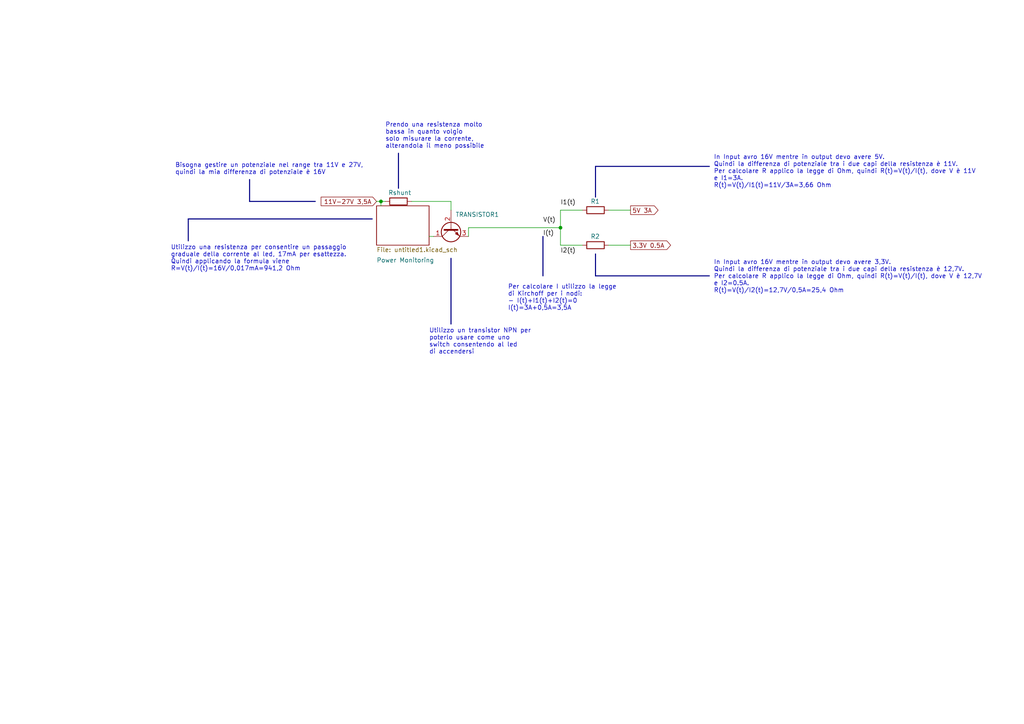
<source format=kicad_sch>
(kicad_sch (version 20211123) (generator eeschema)
  (paper "A4")
  (lib_symbols
    (symbol "Device:R" (pin_numbers hide) (pin_names (offset 0))
      (property "Reference" "R" (at 2.032 0 90))
      (property "Value" "R" (at 0 0 90))
      (symbol "R_0_1"
        (rectangle (start -1.016 -2.54) (end 1.016 2.54) (stroke (width 0.254)))
      )
      (symbol "R_1_1"
        (pin passive line (at 0 3.81 270) (length 1.27) (name "~") (number "1"))
        (pin passive line (at 0 -3.81 90) (length 1.27) (name "~") (number "2"))
      )
    )
    (symbol "Transistor_BJT:BC546" (pin_names (offset 0) hide)
      (property "Reference" "Q" (at 5.08 1.905 0))
      (property "Value" "BC546" (at 5.08 0 0))
      (symbol "BC546_0_1"
        (polyline (pts (xy 0 0) (xy 0.635 0)))
        (polyline (pts (xy 0.635 0.635) (xy 2.54 2.54)))
        (polyline (pts (xy 0.635 -0.635) (xy 2.54 -2.54) (xy 2.54 -2.54)))
        (polyline (pts (xy 0.635 1.905) (xy 0.635 -1.905) (xy 0.635 -1.905)) (stroke (width 0.508)))
        (polyline (pts (xy 1.27 -1.778) (xy 1.778 -1.27) (xy 2.286 -2.286) (xy 1.27 -1.778) (xy 1.27 -1.778)) (fill (type outline)))
        (circle (center 1.27 0) (radius 2.8194) (stroke (width 0.254)))
      )
      (symbol "BC546_1_1"
        (pin passive line (at 2.54 5.08 270) (length 2.54) (name "C") (number "1"))
        (pin input line (at -5.08 0 0) (length 5.08) (name "B") (number "2"))
        (pin passive line (at 2.54 -5.08 90) (length 2.54) (name "E") (number "3"))
      )
    )
  )
  (junction (at 110.49 58.42))
  (junction (at 162.56 66.04))
  (wire (pts (xy 168.91 71.12) (xy 162.56 71.12)))
  (bus (pts (xy 157.48 68.58) (xy 157.48 80.01)))
  (bus (pts (xy 54.61 63.5) (xy 54.61 69.85)))
  (wire (pts (xy 130.81 60.96) (xy 130.81 58.42)))
  (wire (pts (xy 130.81 58.42) (xy 119.38 58.42)))
  (bus (pts (xy 115.57 44.45) (xy 115.57 54.61)))
  (wire (pts (xy 124.46 68.58) (xy 125.73 68.58)))
  (bus (pts (xy 172.72 57.15) (xy 172.72 48.26)))
  (wire (pts (xy 109.22 58.42) (xy 110.49 58.42)))
  (wire (pts (xy 162.56 60.96) (xy 168.91 60.96)))
  (bus (pts (xy 172.72 48.26) (xy 205.74 48.26)))
  (wire (pts (xy 176.53 71.12) (xy 182.88 71.12)))
  (bus (pts (xy 172.72 80.01) (xy 205.74 80.01)))
  (bus (pts (xy 91.44 58.42) (xy 72.39 58.42)))
  (wire (pts (xy 162.56 71.12) (xy 162.56 66.04)))
  (bus (pts (xy 72.39 52.07) (xy 72.39 58.42)))
  (wire (pts (xy 135.89 66.04) (xy 135.89 68.58)))
  (wire (pts (xy 110.49 58.42) (xy 110.49 59.69)))
  (wire (pts (xy 176.53 60.96) (xy 182.88 60.96)))
  (wire (pts (xy 110.49 58.42) (xy 111.76 58.42)))
  (wire (pts (xy 135.89 66.04) (xy 162.56 66.04)))
  (bus (pts (xy 172.72 73.66) (xy 172.72 80.01)))
  (wire (pts (xy 162.56 66.04) (xy 162.56 60.96)))
  (bus (pts (xy 107.95 63.5) (xy 54.61 63.5)))
  (bus (pts (xy 130.81 74.93) (xy 130.81 93.98)))
  (text "In Input avro 16V mentre in output devo avere 3,3V.\nQuindi la differenza di potenziale tra i due capi della resistenza è 12,7V.\nPer calcolare R applico la legge di Ohm, quindi R(t)=V(t)/I(t), dove V è 12,7V\ne I2=0.5A.\nR(t)=V(t)/I2(t)=12,7V/0,5A=25,4 Ohm" (at 207.01 85.09 0) (effects (font (size 1.27 1.27)) (justify left bottom)))
  (text "Per calcolare I utilizzo la legge \ndi Kirchoff per i nodi:\n- I(t)+I1(t)+I2(t)=0\nI(t)=3A+0,5A=3,5A" (at 147.32 90.17 0) (effects (font (size 1.27 1.27)) (justify left bottom)))
  (text "Prendo una resistenza molto \nbassa in quanto volgio \nsolo misurare la corrente, \nalterandola il meno possibile" (at 111.76 43.18 0) (effects (font (size 1.27 1.27)) (justify left bottom)))
  (text "In Input avro 16V mentre in output devo avere 5V.\nQuindi la differenza di potenziale tra i due capi della resistenza è 11V.\nPer calcolare R applico la legge di Ohm, quindi R(t)=V(t)/I(t), dove V è 11V\ne I1=3A.\nR(t)=V(t)/I1(t)=11V/3A=3,66 Ohm" (at 207.01 54.61 0) (effects (font (size 1.27 1.27)) (justify left bottom)))
  (text "Utilizzo una resistenza per consentire un passaggio \ngraduale della corrente al led, 17mA per esattezza.\nQuindi applicando la formula viene \nR=V(t)/I(t)=16V/0,017mA=941,2 Ohm" (at 49.53 78.74 0) (effects (font (size 1.27 1.27)) (justify left bottom)))
  (text "Bisogna gestire un potenziale nel range tra 11V e 27V, \nquindi la mia differenza di potenziale è 16V" (at 50.8 50.8 0) (effects (font (size 1.27 1.27)) (justify left bottom)))
  (text "Utilizzo un transistor NPN per \npoterlo usare come uno \nswitch consentendo al led \ndi accendersi" (at 124.46 102.87 0) (effects (font (size 1.27 1.27)) (justify left bottom)))
  (label "I2(t)" (at 162.56 73.66 0))
  (label "I1(t)" (at 162.56 59.69 0))
  (label "I(t)" (at 157.48 68.58 0))
  (label "V(t)" (at 157.48 64.77 0))
  (global_label "3.3V 0.5A" (shape output) (at 182.88 71.12 0) (property "Intersheet References" "${INTERSHEET_REFS}" (effects hide)))
  (global_label "11V-27V 3,5A" (shape input) (at 109.22 58.42 180) (property "Intersheet References" "${INTERSHEET_REFS}" (effects hide)))
  (global_label "5V 3A" (shape output) (at 182.88 60.96 0) (property "Intersheet References" "${INTERSHEET_REFS}" (effects hide)))
  (symbol (lib_id "Device:R") (at 172.72 71.12 90) (unit 1)
    (property "Reference" "R2" (at 173.99 68.58 90) (effects (justify left)))
    (property "Value" "25,4" (effects hide))
    (property "Footprint" "Resistor_SMD:R_0201_0603Metric" (effects hide))
  )
  (symbol (lib_id "Device:R") (at 172.72 60.96 90) (unit 1)
    (property "Reference" "R1" (at 173.99 58.42 90) (effects (justify left)))
    (property "Value" "3,66" (effects hide))
    (property "Footprint" "Resistor_SMD:R_0201_0603Metric" (effects hide))
  )
  (symbol (lib_id "Device:R") (at 115.57 58.42 90) (unit 1)
    (property "Reference" "Rshunt" (at 119.2999 55.88 90) (effects (justify left)))
    (property "Value" "0,1" (effects hide))
    (property "Footprint" "Resistor_SMD:R_0201_0603Metric" (effects hide))
  )
  (symbol (lib_id "Transistor_BJT:BC546") (at 130.81 66.04 90) (mirror x) (unit 1)
    (property "Reference" "TRANSISTOR1" (at 138.43 62.23 90))
    (property "Value" "BC546" (effects hide))
    (property "Footprint" "Package_TO_SOT_THT:TO-92_Inline" (effects hide))
    (property "Datasheet" "https://www.onsemi.com/pub/Collateral/BC550-D.pdf" (effects hide))
  )
  (sheet (at 109.22 59.69) (size 15.24 11.43) (stroke (width 0.1524))
    (property "Sheet name" "Power Monitoring" (at 109.22 76.2 0) (effects (justify left bottom)))
    (property "Sheet file" "untitled1.kicad_sch" (at 109.22 71.7046 0) (effects (justify left top)))
  )
)
</source>
